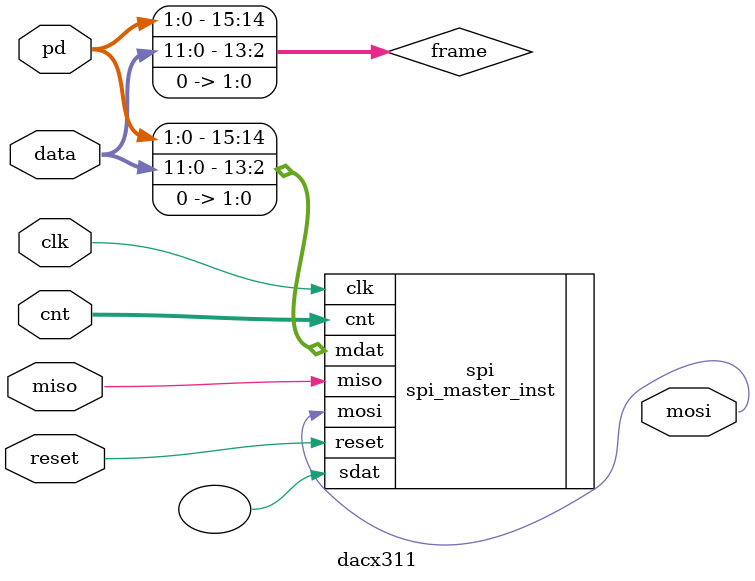
<source format=v>
`timescale 1us/1ns
/*
 * Change data when ready, data must remain stable otherwise
 */
module dacx311(
    input clk,   // bit clock
    input reset, // sync reset

    // from spi_master_ctrl
    input [5:0] cnt,

    // bus signals
    output mosi,
    input miso,

    input [1:0] pd, // power down (0 - normal, 1 - 1Kohm to gnd, 2 - 100Kohm, 3 - highZ)
    input [11:0] data
);

wire [15:0] frame = {2'b00, pd, data, 2'b00};

spi_master_inst #(
    .BYTES(2)
) spi(
    .clk(clk),
    .reset(reset),
    .cnt(cnt),
    .mosi(mosi),
    .miso(miso),
    .mdat(frame),
    .sdat() // device is write only
);

endmodule

</source>
